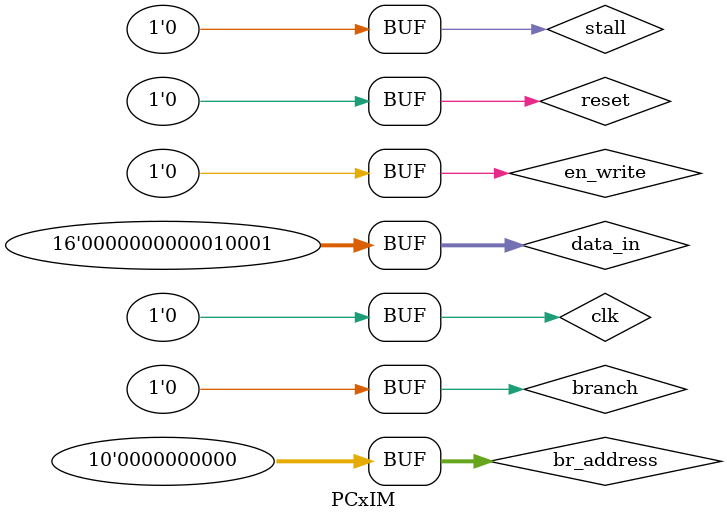
<source format=v>
module PCxIM;
    reg clk, reset, branch, stall, en_write;
    reg [9:0] br_address;
    reg [15:0] data_in;
    wire [9:0] instr_address;
    wire [15:0] data_out;

    localparam CLOCK_CYCLES = 20, CLOCK_PERIOD = 100;
    
    PC inst0(
        .clk(clk),
        .reset(reset),
        .branch(branch),
        .stall(stall),
        .br_address(br_address),
        .instr_address(instr_address)
    );

    IM inst1(
        .clk(clk),
        .en_write(en_write),
        .address(instr_address),
        .data_in(data_in),
        .data_out(data_out)
    );

    initial begin 
        clk = 0;
        repeat(CLOCK_CYCLES * 2)
            #(CLOCK_PERIOD / 2) clk = ~clk;
    end

    initial begin 
        reset = 1'b1;
        #50 reset = 1'b0;
        #450 reset = 1'b1;
        #50 reset = 1'b0;
    end

    initial begin 
        br_address = 10'h000;
        branch = 1'b0;
        stall = 1'b0;
        en_write = 1'b1;
        #500 en_write = 1'b0;
    end

    initial begin 
        data_in = 16'h0011;
    end

endmodule
</source>
